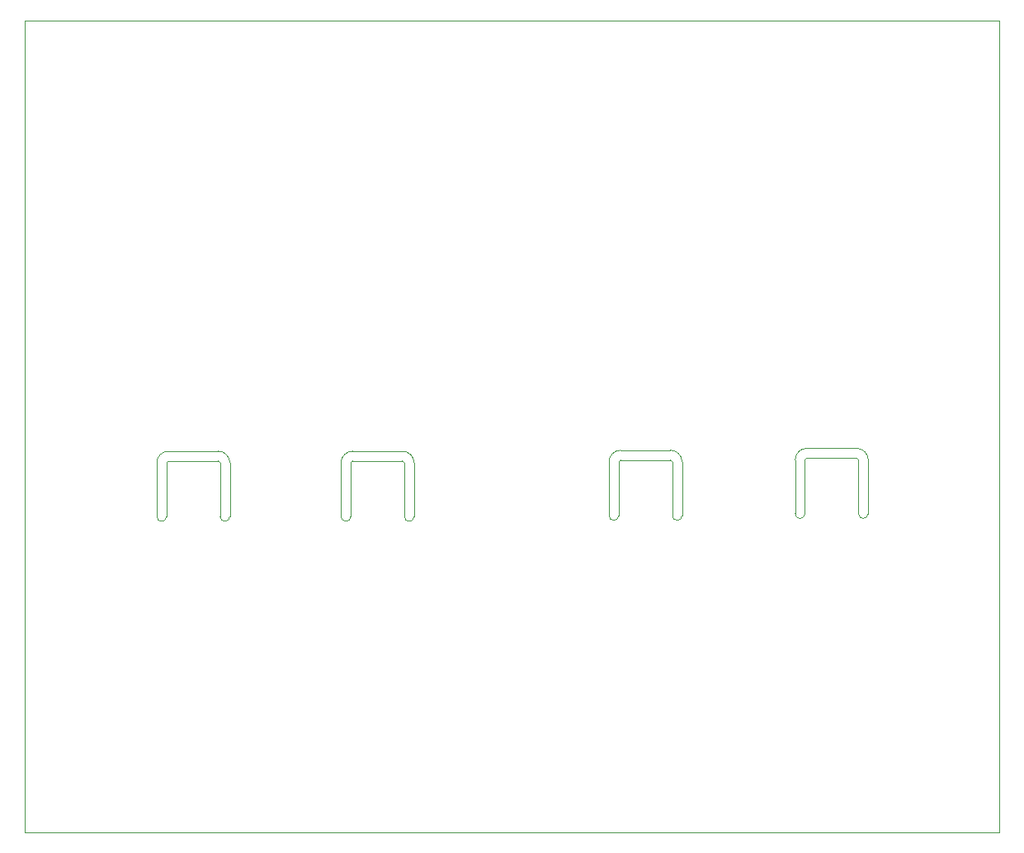
<source format=gbr>
%TF.GenerationSoftware,KiCad,Pcbnew,8.0.0*%
%TF.CreationDate,2024-08-19T18:56:58+02:00*%
%TF.ProjectId,esp32_blinds_controller,65737033-325f-4626-9c69-6e64735f636f,V0.1*%
%TF.SameCoordinates,Original*%
%TF.FileFunction,Paste,Top*%
%TF.FilePolarity,Positive*%
%FSLAX46Y46*%
G04 Gerber Fmt 4.6, Leading zero omitted, Abs format (unit mm)*
G04 Created by KiCad (PCBNEW 8.0.0) date 2024-08-19 18:56:58*
%MOMM*%
%LPD*%
G01*
G04 APERTURE LIST*
%TA.AperFunction,Profile*%
%ADD10C,0.050000*%
%TD*%
%TA.AperFunction,Profile*%
%ADD11C,0.120000*%
%TD*%
G04 APERTURE END LIST*
D10*
X139900000Y-99900000D02*
G75*
G02*
X141100000Y-101100000I0J-1200000D01*
G01*
X167400000Y-99800000D02*
G75*
G02*
X168600000Y-101000000I0J-1200000D01*
G01*
X168600000Y-106500000D02*
G75*
G02*
X167600000Y-106500000I-500000J0D01*
G01*
X187700000Y-106300000D02*
X187700000Y-100800000D01*
X161100000Y-106500000D02*
X161100000Y-101000000D01*
X134600000Y-106600000D02*
X134600000Y-101100000D01*
X122200000Y-106600000D02*
G75*
G02*
X121200000Y-106600000I-500000J0D01*
G01*
X122200000Y-106600000D02*
X122200000Y-101100000D01*
X134800000Y-99900000D02*
X139900000Y-99900000D01*
X162300000Y-100800000D02*
X167400000Y-100800000D01*
X141100000Y-106600000D02*
X141100000Y-101100000D01*
X181200000Y-106300000D02*
G75*
G02*
X180200000Y-106300000I-500000J0D01*
G01*
X121000000Y-99900000D02*
G75*
G02*
X122200000Y-101100000I0J-1200000D01*
G01*
X181400000Y-100600000D02*
X186500000Y-100600000D01*
X162100000Y-101000000D02*
G75*
G02*
X162300000Y-100800000I200000J0D01*
G01*
X133600000Y-101100000D02*
G75*
G02*
X134800000Y-99900000I1200000J0D01*
G01*
X121200000Y-106600000D02*
X121200000Y-101100000D01*
X187700000Y-106300000D02*
G75*
G02*
X186700000Y-106300000I-500000J0D01*
G01*
X115900000Y-100900000D02*
X121000000Y-100900000D01*
X115700000Y-106600000D02*
X115700000Y-101100000D01*
X167400000Y-100800000D02*
G75*
G02*
X167600000Y-101000000I0J-200000D01*
G01*
X141100000Y-106600000D02*
G75*
G02*
X140100000Y-106600000I-500000J0D01*
G01*
X186700000Y-106300000D02*
X186700000Y-100800000D01*
X180200000Y-100800000D02*
G75*
G02*
X181400000Y-99600000I1200000J0D01*
G01*
X134800000Y-100900000D02*
X139900000Y-100900000D01*
X181200000Y-100800000D02*
G75*
G02*
X181400000Y-100600000I200000J0D01*
G01*
X186500000Y-100600000D02*
G75*
G02*
X186700000Y-100800000I0J-200000D01*
G01*
X162100000Y-106500000D02*
G75*
G02*
X161100000Y-106500000I-500000J0D01*
G01*
X139900000Y-100900000D02*
G75*
G02*
X140100000Y-101100000I0J-200000D01*
G01*
X115700000Y-106600000D02*
G75*
G02*
X114700000Y-106600000I-500000J0D01*
G01*
X186500000Y-99600000D02*
G75*
G02*
X187700000Y-100800000I0J-1200000D01*
G01*
X180200000Y-106300000D02*
X180200000Y-100800000D01*
X162100000Y-106500000D02*
X162100000Y-101000000D01*
X134600000Y-101100000D02*
G75*
G02*
X134800000Y-100900000I200000J0D01*
G01*
X115900000Y-99900000D02*
X121000000Y-99900000D01*
X121000000Y-100900000D02*
G75*
G02*
X121200000Y-101100000I0J-200000D01*
G01*
X140100000Y-106600000D02*
X140100000Y-101100000D01*
X181200000Y-106300000D02*
X181200000Y-100800000D01*
X114700000Y-106600000D02*
X114700000Y-101100000D01*
X168600000Y-106500000D02*
X168600000Y-101000000D01*
X162300000Y-99800000D02*
X167400000Y-99800000D01*
X167600000Y-106500000D02*
X167600000Y-101000000D01*
X161100000Y-101000000D02*
G75*
G02*
X162300000Y-99800000I1200000J0D01*
G01*
X134600000Y-106600000D02*
G75*
G02*
X133600000Y-106600000I-500000J0D01*
G01*
X181400000Y-99600000D02*
X186500000Y-99600000D01*
X115700000Y-101100000D02*
G75*
G02*
X115900000Y-100900000I200000J0D01*
G01*
X114700000Y-101100000D02*
G75*
G02*
X115900000Y-99900000I1200000J0D01*
G01*
X133600000Y-106600000D02*
X133600000Y-101100000D01*
D11*
%TO.C,MOD1*%
X101175000Y-55745000D02*
X101175000Y-138995000D01*
X101175000Y-138995000D02*
X201175000Y-138995000D01*
X201175000Y-55745000D02*
X101175000Y-55745000D01*
X201175000Y-138995000D02*
X201175000Y-55745000D01*
%TD*%
M02*

</source>
